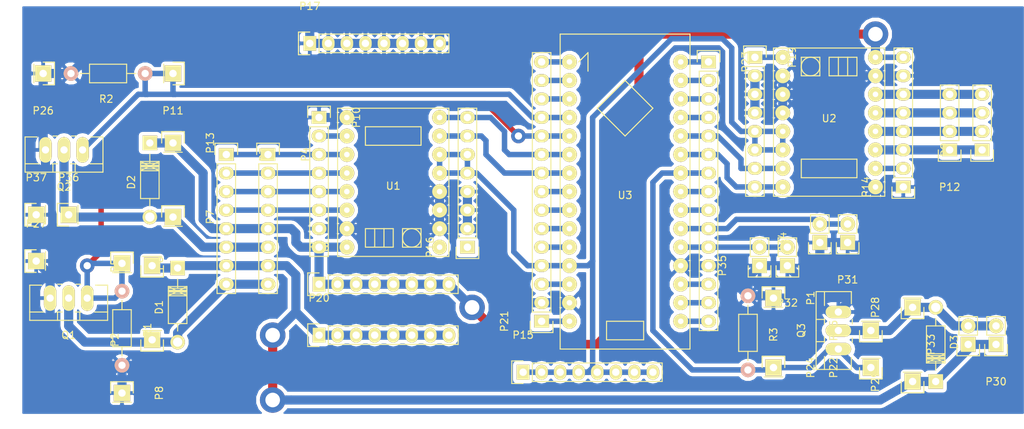
<source format=kicad_pcb>
(kicad_pcb (version 4) (host pcbnew 4.0.2-stable)
  (layers (0 F.Cu signal) (31 B.Cu signal) (34 B.Paste user) (35 F.Paste user) (36 B.SilkS user) (37 F.SilkS user) (38 B.Mask user) (39 F.Mask user) (44 Edge.Cuts user))
  (net 0 "")
  (net 1 "Net-(D1-Pad2)")
  (net 2 +12V)
  (net 3 "Net-(D2-Pad2)")
  (net 4 +48V)
  (net 5 "Net-(D3-Pad2)")
  (net 6 GND)
  (net 7 "Net-(P10-Pad3)")
  (net 8 "Net-(P10-Pad4)")
  (net 9 "Net-(P10-Pad5)")
  (net 10 "Net-(P10-Pad6)")
  (net 11 ERASE)
  (net 12 "Net-(P12-Pad1)")
  (net 13 "Net-(P12-Pad2)")
  (net 14 "Net-(P12-Pad3)")
  (net 15 "Net-(P12-Pad4)")
  (net 16 "Net-(P10-Pad2)")
  (net 17 WHACK)
  (net 18 "Net-(P14-Pad2)")
  (net 19 +5V)
  (net 20 "Net-(P16-Pad1)")
  (net 21 WHEEL_STEP)
  (net 22 WHEEL_DIR)
  (net 23 "Net-(P19-Pad1)")
  (net 24 SLIDE_STEP)
  (net 25 SLIDE_DIR)
  (net 26 "Net-(P21-Pad1)")
  (net 27 "Net-(P21-Pad3)")
  (net 28 "Net-(P21-Pad5)")
  (net 29 "Net-(P21-Pad6)")
  (net 30 "Net-(P21-Pad7)")
  (net 31 "Net-(P21-Pad8)")
  (net 32 "Net-(P21-Pad13)")
  (net 33 "Net-(P21-Pad14)")
  (net 34 "Net-(P21-Pad15)")
  (net 35 LF)
  (net 36 "Net-(P23-Pad1)")
  (net 37 "Net-(P23-Pad2)")
  (net 38 "Net-(P23-Pad3)")
  (net 39 "Net-(P23-Pad4)")
  (net 40 "Net-(P23-Pad8)")
  (net 41 "Net-(P23-Pad9)")
  (net 42 SLIDE_SENSE)
  (net 43 LF_SENSE)
  (net 44 "Net-(P23-Pad13)")
  (net 45 "Net-(P23-Pad14)")
  (net 46 "Net-(P23-Pad15)")
  (module Diodes_ThroughHole:Diode_DO-41_SOD81_Horizontal_RM10 (layer F.Cu) (at 94.9325 79.0575 270)
    (fp_text reference D1 (at 5.38734 2.53746 270) (layer F.SilkS))
    (fp_text value 1N4004)
    (pad 2 thru_hole circle (at 10.16 -0.00254 90) (size 1.99898 1.99898) (drill 1.27) (layers *.Cu *.Mask F.SilkS) (net 1 "Net-(D1-Pad2)"))
    (pad 1 thru_hole rect (at 0 -0.00254 90) (size 1.99898 1.99898) (drill 1.00076) (layers *.Cu *.Mask F.SilkS) (net 2 +12V))
  )
  (module Diodes_ThroughHole:Diode_DO-41_SOD81_Horizontal_RM10 (layer F.Cu) (at 91.1225 61.9125 270)
    (fp_text reference D2 (at 5.38734 2.53746 270) (layer F.SilkS))
    (fp_text value 1N4004)
    (pad 2 thru_hole circle (at 10.16 -0.00254 90) (size 1.99898 1.99898) (drill 1.27) (layers *.Cu *.Mask F.SilkS) (net 3 "Net-(D2-Pad2)"))
    (pad 1 thru_hole rect (at 0 -0.00254 90) (size 1.99898 1.99898) (drill 1.00076) (layers *.Cu *.Mask F.SilkS) (net 4 +48V))
  )
  (module Diodes_ThroughHole:Diode_DO-41_SOD81_Horizontal_RM10 (layer F.Cu) (at 198.755 94.615 90)
    (fp_text reference D3 (at 5.38734 2.53746 90) (layer F.SilkS))
    (fp_text value 1N4004)
    (pad 2 thru_hole circle (at 10.16 -0.00254 270) (size 1.99898 1.99898) (drill 1.27) (layers *.Cu *.Mask F.SilkS) (net 5 "Net-(D3-Pad2)"))
    (pad 1 thru_hole rect (at 0 -0.00254 270) (size 1.99898 1.99898) (drill 1.00076) (layers *.Cu *.Mask F.SilkS) (net 2 +12V))
  )
  (module Socket_Strips:Socket_Strip_Straight_1x01 (layer F.Cu) (at 176.53 83.185 270)
    (fp_text reference P1 (at 0 -5.1 270) (layer F.SilkS))
    (fp_text value CONN_01X01)
    (pad 1 thru_hole rect (at 0 0 270) (size 2.2352 2.2352) (drill 1.016) (layers *.Cu *.Mask F.SilkS) (net 6 GND))
  )
  (module Socket_Strips:Socket_Strip_Straight_1x01 (layer F.Cu) (at 91.44 88.9 90)
    (fp_text reference P2 (at 0 -5.1 90) (layer F.SilkS))
    (fp_text value CONN_01X01)
    (pad 1 thru_hole rect (at 0 0 90) (size 2.2352 2.2352) (drill 1.016) (layers *.Cu *.Mask F.SilkS) (net 1 "Net-(D1-Pad2)"))
  )
  (module Socket_Strips:Socket_Strip_Straight_1x08 (layer F.Cu) (at 101.6 63.5 270)
    (fp_text reference P3 (at 0 -5.1 270) (layer F.SilkS))
    (fp_text value WHEELERD)
    (pad 1 thru_hole rect (at 0 0 270) (size 1.7272 2.032) (drill 1.016) (layers *.Cu *.Mask F.SilkS) (net 7 "Net-(P10-Pad3)"))
    (pad 2 thru_hole oval (at 2.54 0 270) (size 1.7272 2.032) (drill 1.016) (layers *.Cu *.Mask F.SilkS) (net 8 "Net-(P10-Pad4)"))
    (pad 3 thru_hole oval (at 5.08 0 270) (size 1.7272 2.032) (drill 1.016) (layers *.Cu *.Mask F.SilkS) (net 9 "Net-(P10-Pad5)"))
    (pad 4 thru_hole oval (at 7.62 0 270) (size 1.7272 2.032) (drill 1.016) (layers *.Cu *.Mask F.SilkS) (net 10 "Net-(P10-Pad6)"))
    (pad 5 thru_hole oval (at 10.16 0 270) (size 1.7272 2.032) (drill 1.016) (layers *.Cu *.Mask F.SilkS) (net 4 +48V))
    (pad 6 thru_hole oval (at 12.7 0 270) (size 1.7272 2.032) (drill 1.016) (layers *.Cu *.Mask F.SilkS) (net 3 "Net-(D2-Pad2)"))
    (pad 7 thru_hole oval (at 15.24 0 270) (size 1.7272 2.032) (drill 1.016) (layers *.Cu *.Mask F.SilkS) (net 2 +12V))
    (pad 8 thru_hole oval (at 17.78 0 270) (size 1.7272 2.032) (drill 1.016) (layers *.Cu *.Mask F.SilkS) (net 1 "Net-(D1-Pad2)"))
  )
  (module Socket_Strips:Socket_Strip_Straight_1x08 (layer F.Cu) (at 107.315 63.5 270)
    (fp_text reference P4 (at 0 -5.1 270) (layer F.SilkS))
    (fp_text value WHEELER)
    (pad 1 thru_hole rect (at 0 0 270) (size 1.7272 2.032) (drill 1.016) (layers *.Cu *.Mask F.SilkS) (net 7 "Net-(P10-Pad3)"))
    (pad 2 thru_hole oval (at 2.54 0 270) (size 1.7272 2.032) (drill 1.016) (layers *.Cu *.Mask F.SilkS) (net 8 "Net-(P10-Pad4)"))
    (pad 3 thru_hole oval (at 5.08 0 270) (size 1.7272 2.032) (drill 1.016) (layers *.Cu *.Mask F.SilkS) (net 9 "Net-(P10-Pad5)"))
    (pad 4 thru_hole oval (at 7.62 0 270) (size 1.7272 2.032) (drill 1.016) (layers *.Cu *.Mask F.SilkS) (net 10 "Net-(P10-Pad6)"))
    (pad 5 thru_hole oval (at 10.16 0 270) (size 1.7272 2.032) (drill 1.016) (layers *.Cu *.Mask F.SilkS) (net 4 +48V))
    (pad 6 thru_hole oval (at 12.7 0 270) (size 1.7272 2.032) (drill 1.016) (layers *.Cu *.Mask F.SilkS) (net 3 "Net-(D2-Pad2)"))
    (pad 7 thru_hole oval (at 15.24 0 270) (size 1.7272 2.032) (drill 1.016) (layers *.Cu *.Mask F.SilkS) (net 2 +12V))
    (pad 8 thru_hole oval (at 17.78 0 270) (size 1.7272 2.032) (drill 1.016) (layers *.Cu *.Mask F.SilkS) (net 1 "Net-(D1-Pad2)"))
  )
  (module Socket_Strips:Socket_Strip_Straight_1x01 (layer F.Cu) (at 91.44 78.74 90)
    (fp_text reference P5 (at 0 -5.1 90) (layer F.SilkS))
    (fp_text value CONN_01X01)
    (pad 1 thru_hole rect (at 0 0 90) (size 2.2352 2.2352) (drill 1.016) (layers *.Cu *.Mask F.SilkS) (net 2 +12V))
  )
  (module Socket_Strips:Socket_Strip_Straight_1x01 (layer F.Cu) (at 87.3125 78.4225 270)
    (fp_text reference P6 (at 0 -5.1 270) (layer F.SilkS))
    (fp_text value CONN_01X01)
    (pad 1 thru_hole rect (at 0 0 270) (size 2.2352 2.2352) (drill 1.016) (layers *.Cu *.Mask F.SilkS) (net 11 ERASE))
  )
  (module Socket_Strips:Socket_Strip_Straight_1x01 (layer F.Cu) (at 94.2975 72.0725 270)
    (fp_text reference P7 (at 0 -5.1 270) (layer F.SilkS))
    (fp_text value CONN_01X01)
    (pad 1 thru_hole rect (at 0 0 270) (size 2.2352 2.2352) (drill 1.016) (layers *.Cu *.Mask F.SilkS) (net 3 "Net-(D2-Pad2)"))
  )
  (module Socket_Strips:Socket_Strip_Straight_1x01 (layer F.Cu) (at 87.3125 96.2025 270)
    (fp_text reference P8 (at 0 -5.1 270) (layer F.SilkS))
    (fp_text value CONN_01X01)
    (pad 1 thru_hole rect (at 0 0 270) (size 2.2352 2.2352) (drill 1.016) (layers *.Cu *.Mask F.SilkS) (net 6 GND))
  )
  (module Socket_Strips:Socket_Strip_Straight_1x04 (layer F.Cu) (at 205.105 62.865 90)
    (fp_text reference P9 (at 0 -5.1 90) (layer F.SilkS))
    (fp_text value CONN_01X04)
    (pad 1 thru_hole rect (at 0 0 90) (size 1.7272 2.032) (drill 1.016) (layers *.Cu *.Mask F.SilkS) (net 12 "Net-(P12-Pad1)"))
    (pad 2 thru_hole oval (at 2.54 0 90) (size 1.7272 2.032) (drill 1.016) (layers *.Cu *.Mask F.SilkS) (net 13 "Net-(P12-Pad2)"))
    (pad 3 thru_hole oval (at 5.08 0 90) (size 1.7272 2.032) (drill 1.016) (layers *.Cu *.Mask F.SilkS) (net 14 "Net-(P12-Pad3)"))
    (pad 4 thru_hole oval (at 7.62 0 90) (size 1.7272 2.032) (drill 1.016) (layers *.Cu *.Mask F.SilkS) (net 15 "Net-(P12-Pad4)"))
  )
  (module Socket_Strips:Socket_Strip_Straight_1x08 (layer F.Cu) (at 114.3 58.42 270)
    (fp_text reference P10 (at 0 -5.1 270) (layer F.SilkS))
    (fp_text value WHEEL18)
    (pad 1 thru_hole rect (at 0 0 270) (size 1.7272 2.032) (drill 1.016) (layers *.Cu *.Mask F.SilkS) (net 6 GND))
    (pad 2 thru_hole oval (at 2.54 0 270) (size 1.7272 2.032) (drill 1.016) (layers *.Cu *.Mask F.SilkS) (net 16 "Net-(P10-Pad2)"))
    (pad 3 thru_hole oval (at 5.08 0 270) (size 1.7272 2.032) (drill 1.016) (layers *.Cu *.Mask F.SilkS) (net 7 "Net-(P10-Pad3)"))
    (pad 4 thru_hole oval (at 7.62 0 270) (size 1.7272 2.032) (drill 1.016) (layers *.Cu *.Mask F.SilkS) (net 8 "Net-(P10-Pad4)"))
    (pad 5 thru_hole oval (at 10.16 0 270) (size 1.7272 2.032) (drill 1.016) (layers *.Cu *.Mask F.SilkS) (net 9 "Net-(P10-Pad5)"))
    (pad 6 thru_hole oval (at 12.7 0 270) (size 1.7272 2.032) (drill 1.016) (layers *.Cu *.Mask F.SilkS) (net 10 "Net-(P10-Pad6)"))
    (pad 7 thru_hole oval (at 15.24 0 270) (size 1.7272 2.032) (drill 1.016) (layers *.Cu *.Mask F.SilkS) (net 6 GND))
    (pad 8 thru_hole oval (at 17.78 0 270) (size 1.7272 2.032) (drill 1.016) (layers *.Cu *.Mask F.SilkS) (net 4 +48V))
  )
  (module Socket_Strips:Socket_Strip_Straight_1x01 (layer F.Cu) (at 94.2975 52.3875 180)
    (fp_text reference P11 (at 0 -5.1 180) (layer F.SilkS))
    (fp_text value CONN_01X01)
    (pad 1 thru_hole rect (at 0 0 180) (size 2.2352 2.2352) (drill 1.016) (layers *.Cu *.Mask F.SilkS) (net 17 WHACK))
  )
  (module Pin_Headers:Pin_Header_Straight_1x04 (layer F.Cu) (at 200.66 62.865 180)
    (fp_text reference P12 (at 0 -5.1 180) (layer F.SilkS))
    (fp_text value "SLIDE STEPPER")
    (pad 1 thru_hole rect (at 0 0 180) (size 2.032 1.7272) (drill 1.016) (layers *.Cu *.Mask F.SilkS) (net 12 "Net-(P12-Pad1)"))
    (pad 2 thru_hole oval (at 0 2.54 180) (size 2.032 1.7272) (drill 1.016) (layers *.Cu *.Mask F.SilkS) (net 13 "Net-(P12-Pad2)"))
    (pad 3 thru_hole oval (at 0 5.08 180) (size 2.032 1.7272) (drill 1.016) (layers *.Cu *.Mask F.SilkS) (net 14 "Net-(P12-Pad3)"))
    (pad 4 thru_hole oval (at 0 7.62 180) (size 2.032 1.7272) (drill 1.016) (layers *.Cu *.Mask F.SilkS) (net 15 "Net-(P12-Pad4)"))
  )
  (module Socket_Strips:Socket_Strip_Straight_1x01 (layer F.Cu) (at 94.2975 61.9125 270)
    (fp_text reference P13 (at 0 -5.1 270) (layer F.SilkS))
    (fp_text value CONN_01X01)
    (pad 1 thru_hole rect (at 0 0 270) (size 2.2352 2.2352) (drill 1.016) (layers *.Cu *.Mask F.SilkS) (net 4 +48V))
  )
  (module Socket_Strips:Socket_Strip_Straight_1x08 (layer F.Cu) (at 194.31 67.945 90)
    (fp_text reference P14 (at 0 -5.1 90) (layer F.SilkS))
    (fp_text value SLIDE18)
    (pad 1 thru_hole rect (at 0 0 90) (size 1.7272 2.032) (drill 1.016) (layers *.Cu *.Mask F.SilkS) (net 6 GND))
    (pad 2 thru_hole oval (at 2.54 0 90) (size 1.7272 2.032) (drill 1.016) (layers *.Cu *.Mask F.SilkS) (net 18 "Net-(P14-Pad2)"))
    (pad 3 thru_hole oval (at 5.08 0 90) (size 1.7272 2.032) (drill 1.016) (layers *.Cu *.Mask F.SilkS) (net 12 "Net-(P12-Pad1)"))
    (pad 4 thru_hole oval (at 7.62 0 90) (size 1.7272 2.032) (drill 1.016) (layers *.Cu *.Mask F.SilkS) (net 13 "Net-(P12-Pad2)"))
    (pad 5 thru_hole oval (at 10.16 0 90) (size 1.7272 2.032) (drill 1.016) (layers *.Cu *.Mask F.SilkS) (net 14 "Net-(P12-Pad3)"))
    (pad 6 thru_hole oval (at 12.7 0 90) (size 1.7272 2.032) (drill 1.016) (layers *.Cu *.Mask F.SilkS) (net 15 "Net-(P12-Pad4)"))
    (pad 7 thru_hole oval (at 15.24 0 90) (size 1.7272 2.032) (drill 1.016) (layers *.Cu *.Mask F.SilkS) (net 6 GND))
    (pad 8 thru_hole oval (at 17.78 0 90) (size 1.7272 2.032) (drill 1.016) (layers *.Cu *.Mask F.SilkS) (net 4 +48V))
  )
  (module Socket_Strips:Socket_Strip_Straight_1x08 (layer F.Cu) (at 142.24 93.345)
    (fp_text reference P15 (at 0 -5.1) (layer F.SilkS))
    (fp_text value 5V_BASE)
    (pad 1 thru_hole rect (at 0 0) (size 1.7272 2.032) (drill 1.016) (layers *.Cu *.Mask F.SilkS) (net 19 +5V))
    (pad 2 thru_hole oval (at 2.54 0) (size 1.7272 2.032) (drill 1.016) (layers *.Cu *.Mask F.SilkS) (net 19 +5V))
    (pad 3 thru_hole oval (at 5.08 0) (size 1.7272 2.032) (drill 1.016) (layers *.Cu *.Mask F.SilkS) (net 19 +5V))
    (pad 4 thru_hole oval (at 7.62 0) (size 1.7272 2.032) (drill 1.016) (layers *.Cu *.Mask F.SilkS) (net 19 +5V))
    (pad 5 thru_hole oval (at 10.16 0) (size 1.7272 2.032) (drill 1.016) (layers *.Cu *.Mask F.SilkS) (net 19 +5V))
    (pad 6 thru_hole oval (at 12.7 0) (size 1.7272 2.032) (drill 1.016) (layers *.Cu *.Mask F.SilkS) (net 19 +5V))
    (pad 7 thru_hole oval (at 15.24 0) (size 1.7272 2.032) (drill 1.016) (layers *.Cu *.Mask F.SilkS) (net 19 +5V))
    (pad 8 thru_hole oval (at 17.78 0) (size 1.7272 2.032) (drill 1.016) (layers *.Cu *.Mask F.SilkS) (net 19 +5V))
  )
  (module Socket_Strips:Socket_Strip_Straight_1x08 (layer F.Cu) (at 134.62 76.2 90)
    (fp_text reference P16 (at 0 -5.1 90) (layer F.SilkS))
    (fp_text value WHEEL916)
    (pad 1 thru_hole rect (at 0 0 90) (size 1.7272 2.032) (drill 1.016) (layers *.Cu *.Mask F.SilkS) (net 20 "Net-(P16-Pad1)"))
    (pad 2 thru_hole oval (at 2.54 0 90) (size 1.7272 2.032) (drill 1.016) (layers *.Cu *.Mask F.SilkS) (net 6 GND))
    (pad 3 thru_hole oval (at 5.08 0 90) (size 1.7272 2.032) (drill 1.016) (layers *.Cu *.Mask F.SilkS) (net 6 GND))
    (pad 4 thru_hole oval (at 7.62 0 90) (size 1.7272 2.032) (drill 1.016) (layers *.Cu *.Mask F.SilkS) (net 6 GND))
    (pad 5 thru_hole oval (at 10.16 0 90) (size 1.7272 2.032) (drill 1.016) (layers *.Cu *.Mask F.SilkS) (net 19 +5V))
    (pad 6 thru_hole oval (at 12.7 0 90) (size 1.7272 2.032) (drill 1.016) (layers *.Cu *.Mask F.SilkS) (net 19 +5V))
    (pad 7 thru_hole oval (at 15.24 0 90) (size 1.7272 2.032) (drill 1.016) (layers *.Cu *.Mask F.SilkS) (net 21 WHEEL_STEP))
    (pad 8 thru_hole oval (at 17.78 0 90) (size 1.7272 2.032) (drill 1.016) (layers *.Cu *.Mask F.SilkS) (net 22 WHEEL_DIR))
  )
  (module Socket_Strips:Socket_Strip_Straight_1x08 (layer F.Cu) (at 113.03 48.26)
    (fp_text reference P17 (at 0 -5.1) (layer F.SilkS))
    (fp_text value GND_BASE)
    (pad 1 thru_hole rect (at 0 0) (size 1.7272 2.032) (drill 1.016) (layers *.Cu *.Mask F.SilkS) (net 6 GND))
    (pad 2 thru_hole oval (at 2.54 0) (size 1.7272 2.032) (drill 1.016) (layers *.Cu *.Mask F.SilkS) (net 6 GND))
    (pad 3 thru_hole oval (at 5.08 0) (size 1.7272 2.032) (drill 1.016) (layers *.Cu *.Mask F.SilkS) (net 6 GND))
    (pad 4 thru_hole oval (at 7.62 0) (size 1.7272 2.032) (drill 1.016) (layers *.Cu *.Mask F.SilkS) (net 6 GND))
    (pad 5 thru_hole oval (at 10.16 0) (size 1.7272 2.032) (drill 1.016) (layers *.Cu *.Mask F.SilkS) (net 6 GND))
    (pad 6 thru_hole oval (at 12.7 0) (size 1.7272 2.032) (drill 1.016) (layers *.Cu *.Mask F.SilkS) (net 6 GND))
    (pad 7 thru_hole oval (at 15.24 0) (size 1.7272 2.032) (drill 1.016) (layers *.Cu *.Mask F.SilkS) (net 6 GND))
    (pad 8 thru_hole oval (at 17.78 0) (size 1.7272 2.032) (drill 1.016) (layers *.Cu *.Mask F.SilkS) (net 6 GND))
  )
  (module Socket_Strips:Socket_Strip_Straight_1x08 (layer F.Cu) (at 114.3 81.28)
    (fp_text reference P18 (at 0 -5.1) (layer F.SilkS))
    (fp_text value 48V_BASE)
    (pad 1 thru_hole rect (at 0 0) (size 1.7272 2.032) (drill 1.016) (layers *.Cu *.Mask F.SilkS) (net 4 +48V))
    (pad 2 thru_hole oval (at 2.54 0) (size 1.7272 2.032) (drill 1.016) (layers *.Cu *.Mask F.SilkS) (net 4 +48V))
    (pad 3 thru_hole oval (at 5.08 0) (size 1.7272 2.032) (drill 1.016) (layers *.Cu *.Mask F.SilkS) (net 4 +48V))
    (pad 4 thru_hole oval (at 7.62 0) (size 1.7272 2.032) (drill 1.016) (layers *.Cu *.Mask F.SilkS) (net 4 +48V))
    (pad 5 thru_hole oval (at 10.16 0) (size 1.7272 2.032) (drill 1.016) (layers *.Cu *.Mask F.SilkS) (net 4 +48V))
    (pad 6 thru_hole oval (at 12.7 0) (size 1.7272 2.032) (drill 1.016) (layers *.Cu *.Mask F.SilkS) (net 4 +48V))
    (pad 7 thru_hole oval (at 15.24 0) (size 1.7272 2.032) (drill 1.016) (layers *.Cu *.Mask F.SilkS) (net 4 +48V))
    (pad 8 thru_hole oval (at 17.78 0) (size 1.7272 2.032) (drill 1.016) (layers *.Cu *.Mask F.SilkS) (net 4 +48V))
  )
  (module Socket_Strips:Socket_Strip_Straight_1x08 (layer F.Cu) (at 173.99 50.165 270)
    (fp_text reference P19 (at 0 -5.1 270) (layer F.SilkS))
    (fp_text value SLIDE916)
    (pad 1 thru_hole rect (at 0 0 270) (size 1.7272 2.032) (drill 1.016) (layers *.Cu *.Mask F.SilkS) (net 23 "Net-(P19-Pad1)"))
    (pad 2 thru_hole oval (at 2.54 0 270) (size 1.7272 2.032) (drill 1.016) (layers *.Cu *.Mask F.SilkS) (net 6 GND))
    (pad 3 thru_hole oval (at 5.08 0 270) (size 1.7272 2.032) (drill 1.016) (layers *.Cu *.Mask F.SilkS) (net 6 GND))
    (pad 4 thru_hole oval (at 7.62 0 270) (size 1.7272 2.032) (drill 1.016) (layers *.Cu *.Mask F.SilkS) (net 6 GND))
    (pad 5 thru_hole oval (at 10.16 0 270) (size 1.7272 2.032) (drill 1.016) (layers *.Cu *.Mask F.SilkS) (net 19 +5V))
    (pad 6 thru_hole oval (at 12.7 0 270) (size 1.7272 2.032) (drill 1.016) (layers *.Cu *.Mask F.SilkS) (net 19 +5V))
    (pad 7 thru_hole oval (at 15.24 0 270) (size 1.7272 2.032) (drill 1.016) (layers *.Cu *.Mask F.SilkS) (net 24 SLIDE_STEP))
    (pad 8 thru_hole oval (at 17.78 0 270) (size 1.7272 2.032) (drill 1.016) (layers *.Cu *.Mask F.SilkS) (net 25 SLIDE_DIR))
  )
  (module Socket_Strips:Socket_Strip_Straight_1x08 (layer F.Cu) (at 114.3 88.265)
    (fp_text reference P20 (at 0 -5.1) (layer F.SilkS))
    (fp_text value 12V_BASE)
    (pad 1 thru_hole rect (at 0 0) (size 1.7272 2.032) (drill 1.016) (layers *.Cu *.Mask F.SilkS) (net 2 +12V))
    (pad 2 thru_hole oval (at 2.54 0) (size 1.7272 2.032) (drill 1.016) (layers *.Cu *.Mask F.SilkS) (net 2 +12V))
    (pad 3 thru_hole oval (at 5.08 0) (size 1.7272 2.032) (drill 1.016) (layers *.Cu *.Mask F.SilkS) (net 2 +12V))
    (pad 4 thru_hole oval (at 7.62 0) (size 1.7272 2.032) (drill 1.016) (layers *.Cu *.Mask F.SilkS) (net 2 +12V))
    (pad 5 thru_hole oval (at 10.16 0) (size 1.7272 2.032) (drill 1.016) (layers *.Cu *.Mask F.SilkS) (net 2 +12V))
    (pad 6 thru_hole oval (at 12.7 0) (size 1.7272 2.032) (drill 1.016) (layers *.Cu *.Mask F.SilkS) (net 2 +12V))
    (pad 7 thru_hole oval (at 15.24 0) (size 1.7272 2.032) (drill 1.016) (layers *.Cu *.Mask F.SilkS) (net 2 +12V))
    (pad 8 thru_hole oval (at 17.78 0) (size 1.7272 2.032) (drill 1.016) (layers *.Cu *.Mask F.SilkS) (net 2 +12V))
  )
  (module Socket_Strips:Socket_Strip_Straight_1x15 (layer F.Cu) (at 144.78 86.36 90)
    (fp_text reference P21 (at 0 -5.1 90) (layer F.SilkS))
    (fp_text value CONN_01X15)
    (pad 1 thru_hole rect (at 0 0 90) (size 1.7272 2.032) (drill 1.016) (layers *.Cu *.Mask F.SilkS) (net 26 "Net-(P21-Pad1)"))
    (pad 2 thru_hole oval (at 2.54 0 90) (size 1.7272 2.032) (drill 1.016) (layers *.Cu *.Mask F.SilkS) (net 6 GND))
    (pad 3 thru_hole oval (at 5.08 0 90) (size 1.7272 2.032) (drill 1.016) (layers *.Cu *.Mask F.SilkS) (net 27 "Net-(P21-Pad3)"))
    (pad 4 thru_hole oval (at 7.62 0 90) (size 1.7272 2.032) (drill 1.016) (layers *.Cu *.Mask F.SilkS) (net 19 +5V))
    (pad 5 thru_hole oval (at 10.16 0 90) (size 1.7272 2.032) (drill 1.016) (layers *.Cu *.Mask F.SilkS) (net 28 "Net-(P21-Pad5)"))
    (pad 6 thru_hole oval (at 12.7 0 90) (size 1.7272 2.032) (drill 1.016) (layers *.Cu *.Mask F.SilkS) (net 29 "Net-(P21-Pad6)"))
    (pad 7 thru_hole oval (at 15.24 0 90) (size 1.7272 2.032) (drill 1.016) (layers *.Cu *.Mask F.SilkS) (net 30 "Net-(P21-Pad7)"))
    (pad 8 thru_hole oval (at 17.78 0 90) (size 1.7272 2.032) (drill 1.016) (layers *.Cu *.Mask F.SilkS) (net 31 "Net-(P21-Pad8)"))
    (pad 9 thru_hole oval (at 20.32 0 90) (size 1.7272 2.032) (drill 1.016) (layers *.Cu *.Mask F.SilkS) (net 21 WHEEL_STEP))
    (pad 10 thru_hole oval (at 22.86 0 90) (size 1.7272 2.032) (drill 1.016) (layers *.Cu *.Mask F.SilkS) (net 22 WHEEL_DIR))
    (pad 11 thru_hole oval (at 25.4 0 90) (size 1.7272 2.032) (drill 1.016) (layers *.Cu *.Mask F.SilkS) (net 11 ERASE))
    (pad 12 thru_hole oval (at 27.94 0 90) (size 1.7272 2.032) (drill 1.016) (layers *.Cu *.Mask F.SilkS) (net 17 WHACK))
    (pad 13 thru_hole oval (at 30.48 0 90) (size 1.7272 2.032) (drill 1.016) (layers *.Cu *.Mask F.SilkS) (net 32 "Net-(P21-Pad13)"))
    (pad 14 thru_hole oval (at 33.02 0 90) (size 1.7272 2.032) (drill 1.016) (layers *.Cu *.Mask F.SilkS) (net 33 "Net-(P21-Pad14)"))
    (pad 15 thru_hole oval (at 35.56 0 90) (size 1.7272 2.032) (drill 1.016) (layers *.Cu *.Mask F.SilkS) (net 34 "Net-(P21-Pad15)"))
  )
  (module Socket_Strips:Socket_Strip_Straight_1x01 (layer F.Cu) (at 189.865 92.71 90)
    (fp_text reference P22 (at 0 -5.1 90) (layer F.SilkS))
    (fp_text value CONN_01X01)
    (pad 1 thru_hole rect (at 0 0 90) (size 2.2352 2.2352) (drill 1.016) (layers *.Cu *.Mask F.SilkS) (net 35 LF))
  )
  (module Socket_Strips:Socket_Strip_Straight_1x15 (layer F.Cu) (at 167.64 50.8 270)
    (fp_text reference P23 (at 0 -5.1 270) (layer F.SilkS))
    (fp_text value CONN_01X15)
    (pad 1 thru_hole rect (at 0 0 270) (size 1.7272 2.032) (drill 1.016) (layers *.Cu *.Mask F.SilkS) (net 36 "Net-(P23-Pad1)"))
    (pad 2 thru_hole oval (at 2.54 0 270) (size 1.7272 2.032) (drill 1.016) (layers *.Cu *.Mask F.SilkS) (net 37 "Net-(P23-Pad2)"))
    (pad 3 thru_hole oval (at 5.08 0 270) (size 1.7272 2.032) (drill 1.016) (layers *.Cu *.Mask F.SilkS) (net 38 "Net-(P23-Pad3)"))
    (pad 4 thru_hole oval (at 7.62 0 270) (size 1.7272 2.032) (drill 1.016) (layers *.Cu *.Mask F.SilkS) (net 39 "Net-(P23-Pad4)"))
    (pad 5 thru_hole oval (at 10.16 0 270) (size 1.7272 2.032) (drill 1.016) (layers *.Cu *.Mask F.SilkS) (net 24 SLIDE_STEP))
    (pad 6 thru_hole oval (at 12.7 0 270) (size 1.7272 2.032) (drill 1.016) (layers *.Cu *.Mask F.SilkS) (net 25 SLIDE_DIR))
    (pad 7 thru_hole oval (at 15.24 0 270) (size 1.7272 2.032) (drill 1.016) (layers *.Cu *.Mask F.SilkS) (net 35 LF))
    (pad 8 thru_hole oval (at 17.78 0 270) (size 1.7272 2.032) (drill 1.016) (layers *.Cu *.Mask F.SilkS) (net 40 "Net-(P23-Pad8)"))
    (pad 9 thru_hole oval (at 20.32 0 270) (size 1.7272 2.032) (drill 1.016) (layers *.Cu *.Mask F.SilkS) (net 41 "Net-(P23-Pad9)"))
    (pad 10 thru_hole oval (at 22.86 0 270) (size 1.7272 2.032) (drill 1.016) (layers *.Cu *.Mask F.SilkS) (net 42 SLIDE_SENSE))
    (pad 11 thru_hole oval (at 25.4 0 270) (size 1.7272 2.032) (drill 1.016) (layers *.Cu *.Mask F.SilkS) (net 43 LF_SENSE))
    (pad 12 thru_hole oval (at 27.94 0 270) (size 1.7272 2.032) (drill 1.016) (layers *.Cu *.Mask F.SilkS) (net 6 GND))
    (pad 13 thru_hole oval (at 30.48 0 270) (size 1.7272 2.032) (drill 1.016) (layers *.Cu *.Mask F.SilkS) (net 44 "Net-(P23-Pad13)"))
    (pad 14 thru_hole oval (at 33.02 0 270) (size 1.7272 2.032) (drill 1.016) (layers *.Cu *.Mask F.SilkS) (net 45 "Net-(P23-Pad14)"))
    (pad 15 thru_hole oval (at 35.56 0 270) (size 1.7272 2.032) (drill 1.016) (layers *.Cu *.Mask F.SilkS) (net 46 "Net-(P23-Pad15)"))
  )
  (module Socket_Strips:Socket_Strip_Straight_1x01 (layer F.Cu) (at 176.53 92.71 270)
    (fp_text reference P24 (at 0 -5.1 270) (layer F.SilkS))
    (fp_text value CONN_01X01)
    (pad 1 thru_hole rect (at 0 0 270) (size 2.2352 2.2352) (drill 1.016) (layers *.Cu *.Mask F.SilkS) (net 35 LF))
  )
  (module Socket_Strips:Socket_Strip_Straight_1x01 (layer F.Cu) (at 189.865 87.63 90)
    (fp_text reference P25 (at 0 -5.1 90) (layer F.SilkS))
    (fp_text value CONN_01X01)
    (pad 1 thru_hole rect (at 0 0 90) (size 2.2352 2.2352) (drill 1.016) (layers *.Cu *.Mask F.SilkS) (net 5 "Net-(D3-Pad2)"))
  )
  (module Socket_Strips:Socket_Strip_Straight_1x01 (layer F.Cu) (at 76.5175 52.3875 180)
    (fp_text reference P26 (at 0 -5.1 180) (layer F.SilkS))
    (fp_text value CONN_01X01)
    (pad 1 thru_hole rect (at 0 0 180) (size 2.2352 2.2352) (drill 1.016) (layers *.Cu *.Mask F.SilkS) (net 6 GND))
  )
  (module Socket_Strips:Socket_Strip_Straight_1x01 (layer F.Cu) (at 75.565 78.105)
    (fp_text reference P27 (at 0 -5.1) (layer F.SilkS))
    (fp_text value CONN_01X01)
    (pad 1 thru_hole rect (at 0 0) (size 2.2352 2.2352) (drill 1.016) (layers *.Cu *.Mask F.SilkS) (net 6 GND))
  )
  (module Socket_Strips:Socket_Strip_Straight_1x01 (layer F.Cu) (at 195.58 84.455 90)
    (fp_text reference P28 (at 0 -5.1 90) (layer F.SilkS))
    (fp_text value CONN_01X01)
    (pad 1 thru_hole rect (at 0 0 90) (size 2.2352 2.2352) (drill 1.016) (layers *.Cu *.Mask F.SilkS) (net 5 "Net-(D3-Pad2)"))
  )
  (module Socket_Strips:Socket_Strip_Straight_1x01 (layer F.Cu) (at 195.58 94.615 90)
    (fp_text reference P29 (at 0 -5.1 90) (layer F.SilkS))
    (fp_text value CONN_01X01)
    (pad 1 thru_hole rect (at 0 0 90) (size 2.2352 2.2352) (drill 1.016) (layers *.Cu *.Mask F.SilkS) (net 2 +12V))
  )
  (module Pin_Headers:Pin_Header_Straight_1x02 (layer F.Cu) (at 207.01 89.535 180)
    (fp_text reference P30 (at 0 -5.1 180) (layer F.SilkS))
    (fp_text value "LF MOTOR")
    (pad 1 thru_hole rect (at 0 0 180) (size 2.032 2.032) (drill 1.016) (layers *.Cu *.Mask F.SilkS) (net 2 +12V))
    (pad 2 thru_hole oval (at 0 2.54 180) (size 2.032 2.032) (drill 1.016) (layers *.Cu *.Mask F.SilkS) (net 5 "Net-(D3-Pad2)"))
  )
  (module Pin_Headers:Pin_Header_Straight_1x02 (layer F.Cu) (at 186.69 75.565 180)
    (fp_text reference P31 (at 0 -5.1 180) (layer F.SilkS))
    (fp_text value "SLIDE SENSE")
    (pad 1 thru_hole rect (at 0 0 180) (size 2.032 2.032) (drill 1.016) (layers *.Cu *.Mask F.SilkS) (net 6 GND))
    (pad 2 thru_hole oval (at 0 2.54 180) (size 2.032 2.032) (drill 1.016) (layers *.Cu *.Mask F.SilkS) (net 42 SLIDE_SENSE))
  )
  (module Pin_Headers:Pin_Header_Straight_1x02 (layer F.Cu) (at 178.435 78.74 180)
    (fp_text reference P32 (at 0 -5.1 180) (layer F.SilkS))
    (fp_text value "LF SENSE")
    (pad 1 thru_hole rect (at 0 0 180) (size 2.032 2.032) (drill 1.016) (layers *.Cu *.Mask F.SilkS) (net 6 GND))
    (pad 2 thru_hole oval (at 0 2.54 180) (size 2.032 2.032) (drill 1.016) (layers *.Cu *.Mask F.SilkS) (net 43 LF_SENSE))
  )
  (module Socket_Strips:Socket_Strip_Straight_1x02 (layer F.Cu) (at 203.2 89.535 90)
    (fp_text reference P33 (at 0 -5.1 90) (layer F.SilkS))
    (fp_text value "LF MOTORD")
    (pad 1 thru_hole rect (at 0 0 90) (size 2.032 2.032) (drill 1.016) (layers *.Cu *.Mask F.SilkS) (net 2 +12V))
    (pad 2 thru_hole oval (at 2.54 0 90) (size 2.032 2.032) (drill 1.016) (layers *.Cu *.Mask F.SilkS) (net 5 "Net-(D3-Pad2)"))
  )
  (module Socket_Strips:Socket_Strip_Straight_1x02 (layer F.Cu) (at 182.88 75.565 90)
    (fp_text reference P34 (at 0 -5.1 90) (layer F.SilkS))
    (fp_text value "SLIDE SENSED")
    (pad 1 thru_hole rect (at 0 0 90) (size 2.032 2.032) (drill 1.016) (layers *.Cu *.Mask F.SilkS) (net 6 GND))
    (pad 2 thru_hole oval (at 2.54 0 90) (size 2.032 2.032) (drill 1.016) (layers *.Cu *.Mask F.SilkS) (net 42 SLIDE_SENSE))
  )
  (module Socket_Strips:Socket_Strip_Straight_1x02 (layer F.Cu) (at 174.625 78.74 90)
    (fp_text reference P35 (at 0 -5.1 90) (layer F.SilkS))
    (fp_text value "LF SENSED")
    (pad 1 thru_hole rect (at 0 0 90) (size 2.032 2.032) (drill 1.016) (layers *.Cu *.Mask F.SilkS) (net 6 GND))
    (pad 2 thru_hole oval (at 2.54 0 90) (size 2.032 2.032) (drill 1.016) (layers *.Cu *.Mask F.SilkS) (net 43 LF_SENSE))
  )
  (module TO_SOT_Packages_THT:TO-220_Neutral123_Vertical_LargePads (layer F.Cu) (at 80.01 83.185 180)
    (fp_text reference Q1 (at 0 -5.08 180) (layer F.SilkS))
    (fp_text value ERASE_DRV)
    (pad 2 thru_hole oval (at 0 0 270) (size 3.50012 1.69926) (drill 1.00076) (layers *.Cu *.Mask F.SilkS) (net 1 "Net-(D1-Pad2)"))
    (pad 1 thru_hole oval (at -2.54 0 270) (size 3.50012 1.69926) (drill 1.00076) (layers *.Cu *.Mask F.SilkS) (net 11 ERASE))
    (pad 3 thru_hole oval (at 2.54 0 270) (size 3.50012 1.69926) (drill 1.00076) (layers *.Cu *.Mask F.SilkS) (net 6 GND))
  )
  (module TO_SOT_Packages_THT:TO-220_Neutral123_Vertical_LargePads (layer F.Cu) (at 79.375 62.865 180)
    (fp_text reference Q2 (at 0 -5.08 180) (layer F.SilkS))
    (fp_text value WHACK_DRV)
    (pad 2 thru_hole oval (at 0 0 270) (size 3.50012 1.69926) (drill 1.00076) (layers *.Cu *.Mask F.SilkS) (net 3 "Net-(D2-Pad2)"))
    (pad 1 thru_hole oval (at -2.54 0 270) (size 3.50012 1.69926) (drill 1.00076) (layers *.Cu *.Mask F.SilkS) (net 17 WHACK))
    (pad 3 thru_hole oval (at 2.54 0 270) (size 3.50012 1.69926) (drill 1.00076) (layers *.Cu *.Mask F.SilkS) (net 6 GND))
  )
  (module TO_SOT_Packages_THT:TO-220_Neutral123_Vertical_LargePads (layer F.Cu) (at 185.42 87.63 90)
    (fp_text reference Q3 (at 0 -5.08 90) (layer F.SilkS))
    (fp_text value LF_DRV)
    (pad 2 thru_hole oval (at 0 0 180) (size 3.50012 1.69926) (drill 1.00076) (layers *.Cu *.Mask F.SilkS) (net 5 "Net-(D3-Pad2)"))
    (pad 1 thru_hole oval (at -2.54 0 180) (size 3.50012 1.69926) (drill 1.00076) (layers *.Cu *.Mask F.SilkS) (net 35 LF))
    (pad 3 thru_hole oval (at 2.54 0 180) (size 3.50012 1.69926) (drill 1.00076) (layers *.Cu *.Mask F.SilkS) (net 6 GND))
  )
  (module Resistors_ThroughHole:Resistor_Horizontal_RM10mm (layer F.Cu) (at 87.3125 82.2325 270)
    (fp_text reference R1 (at 5.32892 -3.50012 270) (layer F.SilkS))
    (fp_text value 10k)
    (pad 1 thru_hole circle (at 0 0 270) (size 1.99898 1.99898) (drill 1.00076) (layers *.Cu *.SilkS *.Mask) (net 11 ERASE))
    (pad 2 thru_hole circle (at 10.16 0 270) (size 1.99898 1.99898) (drill 1.00076) (layers *.Cu *.SilkS *.Mask) (net 6 GND))
  )
  (module Resistors_ThroughHole:Resistor_Horizontal_RM10mm (layer F.Cu) (at 90.4875 52.3875 180)
    (fp_text reference R2 (at 5.32892 -3.50012 180) (layer F.SilkS))
    (fp_text value 10k)
    (pad 1 thru_hole circle (at 0 0 180) (size 1.99898 1.99898) (drill 1.00076) (layers *.Cu *.SilkS *.Mask) (net 17 WHACK))
    (pad 2 thru_hole circle (at 10.16 0 180) (size 1.99898 1.99898) (drill 1.00076) (layers *.Cu *.SilkS *.Mask) (net 6 GND))
  )
  (module Resistors_ThroughHole:Resistor_Horizontal_RM10mm (layer F.Cu) (at 173.0375 82.8675 270)
    (fp_text reference R3 (at 5.32892 -3.50012 270) (layer F.SilkS))
    (fp_text value 10k)
    (pad 1 thru_hole circle (at 0 0 270) (size 1.99898 1.99898) (drill 1.00076) (layers *.Cu *.SilkS *.Mask) (net 6 GND))
    (pad 2 thru_hole circle (at 10.16 0 270) (size 1.99898 1.99898) (drill 1.00076) (layers *.Cu *.SilkS *.Mask) (net 35 LF))
  )
  (module footprints:Stepper_Driver_DRV8825 (layer F.Cu) (at 124.46 67.31)
    (fp_text reference U1 (at 0 0.5) (layer F.SilkS))
    (fp_text value WHEEL)
    (pad 1 thru_hole circle (at -6.35 -8.89) (size 2.032 2.032) (drill 0.762) (layers *.Cu *.Mask F.SilkS) (net 6 GND))
    (pad 2 thru_hole circle (at -6.35 -6.35) (size 2.032 2.032) (drill 0.762) (layers *.Cu *.Mask F.SilkS) (net 16 "Net-(P10-Pad2)"))
    (pad 3 thru_hole circle (at -6.35 -3.81) (size 2.032 2.032) (drill 0.762) (layers *.Cu *.Mask F.SilkS) (net 7 "Net-(P10-Pad3)"))
    (pad 4 thru_hole circle (at -6.35 -1.27) (size 2.032 2.032) (drill 0.762) (layers *.Cu *.Mask F.SilkS) (net 8 "Net-(P10-Pad4)"))
    (pad 5 thru_hole circle (at -6.35 1.27) (size 2.032 2.032) (drill 0.762) (layers *.Cu *.Mask F.SilkS) (net 9 "Net-(P10-Pad5)"))
    (pad 6 thru_hole circle (at -6.35 3.81) (size 2.032 2.032) (drill 0.762) (layers *.Cu *.Mask F.SilkS) (net 10 "Net-(P10-Pad6)"))
    (pad 7 thru_hole circle (at -6.35 6.35) (size 2.032 2.032) (drill 0.762) (layers *.Cu *.Mask F.SilkS) (net 6 GND))
    (pad 8 thru_hole circle (at -6.35 8.89) (size 2.032 2.032) (drill 0.762) (layers *.Cu *.Mask F.SilkS) (net 4 +48V))
    (pad 9 thru_hole circle (at 6.35 8.89) (size 2.032 2.032) (drill 0.762) (layers *.Cu *.Mask F.SilkS) (net 20 "Net-(P16-Pad1)"))
    (pad 10 thru_hole circle (at 6.35 6.35) (size 2.032 2.032) (drill 0.762) (layers *.Cu *.Mask F.SilkS) (net 6 GND))
    (pad 11 thru_hole circle (at 6.35 3.81) (size 2.032 2.032) (drill 0.762) (layers *.Cu *.Mask F.SilkS) (net 6 GND))
    (pad 12 thru_hole circle (at 6.35 1.27) (size 2.032 2.032) (drill 0.762) (layers *.Cu *.Mask F.SilkS) (net 6 GND))
    (pad 13 thru_hole circle (at 6.35 -1.27) (size 2.032 2.032) (drill 0.762) (layers *.Cu *.Mask F.SilkS) (net 19 +5V))
    (pad 14 thru_hole circle (at 6.35 -3.81) (size 2.032 2.032) (drill 0.762) (layers *.Cu *.Mask F.SilkS) (net 19 +5V))
    (pad 15 thru_hole circle (at 6.35 -6.35) (size 2.032 2.032) (drill 0.762) (layers *.Cu *.Mask F.SilkS) (net 21 WHEEL_STEP))
    (pad 16 thru_hole circle (at 6.35 -8.89) (size 2.032 2.032) (drill 0.762) (layers *.Cu *.Mask F.SilkS) (net 22 WHEEL_DIR))
  )
  (module footprints:Stepper_Driver_DRV8825 (layer F.Cu) (at 184.15 59.055 180)
    (fp_text reference U2 (at 0 0.5 180) (layer F.SilkS))
    (fp_text value SLIDE)
    (pad 1 thru_hole circle (at -6.35 -8.89 180) (size 2.032 2.032) (drill 0.762) (layers *.Cu *.Mask F.SilkS) (net 6 GND))
    (pad 2 thru_hole circle (at -6.35 -6.35 180) (size 2.032 2.032) (drill 0.762) (layers *.Cu *.Mask F.SilkS) (net 18 "Net-(P14-Pad2)"))
    (pad 3 thru_hole circle (at -6.35 -3.81 180) (size 2.032 2.032) (drill 0.762) (layers *.Cu *.Mask F.SilkS) (net 12 "Net-(P12-Pad1)"))
    (pad 4 thru_hole circle (at -6.35 -1.27 180) (size 2.032 2.032) (drill 0.762) (layers *.Cu *.Mask F.SilkS) (net 13 "Net-(P12-Pad2)"))
    (pad 5 thru_hole circle (at -6.35 1.27 180) (size 2.032 2.032) (drill 0.762) (layers *.Cu *.Mask F.SilkS) (net 14 "Net-(P12-Pad3)"))
    (pad 6 thru_hole circle (at -6.35 3.81 180) (size 2.032 2.032) (drill 0.762) (layers *.Cu *.Mask F.SilkS) (net 15 "Net-(P12-Pad4)"))
    (pad 7 thru_hole circle (at -6.35 6.35 180) (size 2.032 2.032) (drill 0.762) (layers *.Cu *.Mask F.SilkS) (net 6 GND))
    (pad 8 thru_hole circle (at -6.35 8.89 180) (size 2.032 2.032) (drill 0.762) (layers *.Cu *.Mask F.SilkS) (net 4 +48V))
    (pad 9 thru_hole circle (at 6.35 8.89 180) (size 2.032 2.032) (drill 0.762) (layers *.Cu *.Mask F.SilkS) (net 23 "Net-(P19-Pad1)"))
    (pad 10 thru_hole circle (at 6.35 6.35 180) (size 2.032 2.032) (drill 0.762) (layers *.Cu *.Mask F.SilkS) (net 6 GND))
    (pad 11 thru_hole circle (at 6.35 3.81 180) (size 2.032 2.032) (drill 0.762) (layers *.Cu *.Mask F.SilkS) (net 6 GND))
    (pad 12 thru_hole circle (at 6.35 1.27 180) (size 2.032 2.032) (drill 0.762) (layers *.Cu *.Mask F.SilkS) (net 6 GND))
    (pad 13 thru_hole circle (at 6.35 -1.27 180) (size 2.032 2.032) (drill 0.762) (layers *.Cu *.Mask F.SilkS) (net 19 +5V))
    (pad 14 thru_hole circle (at 6.35 -3.81 180) (size 2.032 2.032) (drill 0.762) (layers *.Cu *.Mask F.SilkS) (net 19 +5V))
    (pad 15 thru_hole circle (at 6.35 -6.35 180) (size 2.032 2.032) (drill 0.762) (layers *.Cu *.Mask F.SilkS) (net 24 SLIDE_STEP))
    (pad 16 thru_hole circle (at 6.35 -8.89 180) (size 2.032 2.032) (drill 0.762) (layers *.Cu *.Mask F.SilkS) (net 25 SLIDE_DIR))
  )
  (module footprints:Arduino_Nano (layer F.Cu) (at 156.21 68.58)
    (fp_text reference U3 (at 0 0.5) (layer F.SilkS))
    (fp_text value Arduino_Nano)
    (pad 1 thru_hole circle (at -7.62 -17.78) (size 2.032 2.032) (drill 0.762) (layers *.Cu *.Mask F.SilkS) (net 34 "Net-(P21-Pad15)"))
    (pad 2 thru_hole circle (at -7.62 -15.24) (size 2.032 2.032) (drill 0.762) (layers *.Cu *.Mask F.SilkS) (net 33 "Net-(P21-Pad14)"))
    (pad 3 thru_hole circle (at -7.62 -12.7) (size 2.032 2.032) (drill 0.762) (layers *.Cu *.Mask F.SilkS) (net 32 "Net-(P21-Pad13)"))
    (pad 4 thru_hole circle (at -7.62 -10.16) (size 2.032 2.032) (drill 0.762) (layers *.Cu *.Mask F.SilkS) (net 17 WHACK))
    (pad 5 thru_hole circle (at -7.62 -7.62) (size 2.032 2.032) (drill 0.762) (layers *.Cu *.Mask F.SilkS) (net 11 ERASE))
    (pad 6 thru_hole circle (at -7.62 -5.08) (size 2.032 2.032) (drill 0.762) (layers *.Cu *.Mask F.SilkS) (net 22 WHEEL_DIR))
    (pad 7 thru_hole circle (at -7.62 -2.54) (size 2.032 2.032) (drill 0.762) (layers *.Cu *.Mask F.SilkS) (net 21 WHEEL_STEP))
    (pad 8 thru_hole circle (at -7.62 0) (size 2.032 2.032) (drill 0.762) (layers *.Cu *.Mask F.SilkS) (net 31 "Net-(P21-Pad8)"))
    (pad 9 thru_hole circle (at -7.62 2.54) (size 2.032 2.032) (drill 0.762) (layers *.Cu *.Mask F.SilkS) (net 30 "Net-(P21-Pad7)"))
    (pad 10 thru_hole circle (at -7.62 5.08) (size 2.032 2.032) (drill 0.762) (layers *.Cu *.Mask F.SilkS) (net 29 "Net-(P21-Pad6)"))
    (pad 11 thru_hole circle (at -7.62 7.62) (size 2.032 2.032) (drill 0.762) (layers *.Cu *.Mask F.SilkS) (net 28 "Net-(P21-Pad5)"))
    (pad 12 thru_hole circle (at -7.62 10.16) (size 2.032 2.032) (drill 0.762) (layers *.Cu *.Mask F.SilkS) (net 19 +5V))
    (pad 13 thru_hole circle (at -7.62 12.7) (size 2.032 2.032) (drill 0.762) (layers *.Cu *.Mask F.SilkS) (net 27 "Net-(P21-Pad3)"))
    (pad 14 thru_hole circle (at -7.62 15.24) (size 2.032 2.032) (drill 0.762) (layers *.Cu *.Mask F.SilkS) (net 6 GND))
    (pad 15 thru_hole circle (at -7.62 17.78) (size 2.032 2.032) (drill 0.762) (layers *.Cu *.Mask F.SilkS) (net 26 "Net-(P21-Pad1)"))
    (pad 16 thru_hole circle (at 7.62 17.78) (size 2.032 2.032) (drill 0.762) (layers *.Cu *.Mask F.SilkS) (net 46 "Net-(P23-Pad15)"))
    (pad 17 thru_hole circle (at 7.62 15.24) (size 2.032 2.032) (drill 0.762) (layers *.Cu *.Mask F.SilkS) (net 45 "Net-(P23-Pad14)"))
    (pad 18 thru_hole circle (at 7.62 12.7) (size 2.032 2.032) (drill 0.762) (layers *.Cu *.Mask F.SilkS) (net 44 "Net-(P23-Pad13)"))
    (pad 19 thru_hole circle (at 7.62 10.16) (size 2.032 2.032) (drill 0.762) (layers *.Cu *.Mask F.SilkS) (net 6 GND))
    (pad 20 thru_hole circle (at 7.62 7.62) (size 2.032 2.032) (drill 0.762) (layers *.Cu *.Mask F.SilkS) (net 43 LF_SENSE))
    (pad 21 thru_hole circle (at 7.62 5.08) (size 2.032 2.032) (drill 0.762) (layers *.Cu *.Mask F.SilkS) (net 42 SLIDE_SENSE))
    (pad 22 thru_hole circle (at 7.62 2.54) (size 2.032 2.032) (drill 0.762) (layers *.Cu *.Mask F.SilkS) (net 41 "Net-(P23-Pad9)"))
    (pad 23 thru_hole circle (at 7.62 0) (size 2.032 2.032) (drill 0.762) (layers *.Cu *.Mask F.SilkS) (net 40 "Net-(P23-Pad8)"))
    (pad 24 thru_hole circle (at 7.62 -2.54) (size 2.032 2.032) (drill 0.762) (layers *.Cu *.Mask F.SilkS) (net 35 LF))
    (pad 25 thru_hole circle (at 7.62 -5.08) (size 2.032 2.032) (drill 0.762) (layers *.Cu *.Mask F.SilkS) (net 25 SLIDE_DIR))
    (pad 26 thru_hole circle (at 7.62 -7.62) (size 2.032 2.032) (drill 0.762) (layers *.Cu *.Mask F.SilkS) (net 24 SLIDE_STEP))
    (pad 27 thru_hole circle (at 7.62 -10.16) (size 2.032 2.032) (drill 0.762) (layers *.Cu *.Mask F.SilkS) (net 39 "Net-(P23-Pad4)"))
    (pad 28 thru_hole circle (at 7.62 -12.7) (size 2.032 2.032) (drill 0.762) (layers *.Cu *.Mask F.SilkS) (net 38 "Net-(P23-Pad3)"))
    (pad 29 thru_hole circle (at 7.62 -15.24) (size 2.032 2.032) (drill 0.762) (layers *.Cu *.Mask F.SilkS) (net 37 "Net-(P23-Pad2)"))
    (pad 30 thru_hole circle (at 7.62 -17.78) (size 2.032 2.032) (drill 0.762) (layers *.Cu *.Mask F.SilkS) (net 36 "Net-(P23-Pad1)"))
  )
  (module Socket_Strips:Socket_Strip_Straight_1x01 (layer F.Cu) (at 80.01 71.755)
    (fp_text reference P36 (at 0 -5.1) (layer F.SilkS))
    (fp_text value CONN_01X01)
    (pad 1 thru_hole rect (at 0 0) (size 2.2352 2.2352) (drill 1.016) (layers *.Cu *.Mask F.SilkS) (net 3 "Net-(D2-Pad2)"))
  )
  (module Socket_Strips:Socket_Strip_Straight_1x01 (layer F.Cu) (at 75.565 71.755)
    (fp_text reference P37 (at 0 -5.1) (layer F.SilkS))
    (fp_text value CONN_01X01)
    (pad 1 thru_hole rect (at 0 0) (size 2.2352 2.2352) (drill 1.016) (layers *.Cu *.Mask F.SilkS) (net 6 GND))
  )
  (segment (start 91.1225 89.2175) (end 82.2325 89.2175) (width 1.25) (layer B.Cu) (net 1))
  (segment (start 80.01 86.995) (end 80.01 83.185) (width 1.25) (layer B.Cu) (net 1))
  (segment (start 82.2325 89.2175) (end 80.01 86.995) (width 1.25) (layer B.Cu) (net 1))
  (segment (start 94.93504 89.2175) (end 91.1225 89.2175) (width 1.25) (layer B.Cu) (net 1))
  (segment (start 107.315 81.28) (end 101.6 81.28) (width 1.25) (layer B.Cu) (net 1))
  (segment (start 101.6 81.28) (end 94.93504 87.94496) (width 1.25) (layer B.Cu) (net 1))
  (segment (start 94.93504 87.94496) (end 94.93504 89.2175) (width 1.25) (layer B.Cu) (net 1))
  (segment (start 114.3 88.265) (end 116.84 88.265) (width 1.25) (layer B.Cu) (net 2))
  (segment (start 116.84 88.265) (end 119.38 88.265) (width 1.25) (layer B.Cu) (net 2))
  (segment (start 119.38 88.265) (end 121.92 88.265) (width 1.25) (layer B.Cu) (net 2))
  (segment (start 121.92 88.265) (end 124.46 88.265) (width 1.25) (layer B.Cu) (net 2))
  (segment (start 124.46 88.265) (end 127 88.265) (width 1.25) (layer B.Cu) (net 2))
  (segment (start 127 88.265) (end 129.54 88.265) (width 1.25) (layer B.Cu) (net 2))
  (segment (start 129.54 88.265) (end 132.08 88.265) (width 1.25) (layer B.Cu) (net 2))
  (segment (start 111.125 85.09) (end 107.95 88.265) (width 1.25) (layer B.Cu) (net 2))
  (segment (start 110.49 97.155) (end 191.135 97.155) (width 1.25) (layer B.Cu) (net 2))
  (segment (start 191.135 97.155) (end 195.58 94.615) (width 1.25) (layer B.Cu) (net 2))
  (segment (start 109.855 97.155) (end 110.49 97.155) (width 1.25) (layer B.Cu) (net 2))
  (segment (start 107.95 97.155) (end 109.855 97.155) (width 1.25) (layer B.Cu) (net 2))
  (via (at 107.95 97.155) (size 3.5) (drill 2) (layers F.Cu B.Cu) (net 2))
  (segment (start 107.95 88.265) (end 107.95 97.155) (width 1.25) (layer F.Cu) (net 2))
  (via (at 107.95 88.265) (size 3.5) (drill 2) (layers F.Cu B.Cu) (net 2))
  (segment (start 107.315 78.74) (end 109.855 78.74) (width 1.25) (layer B.Cu) (net 2))
  (segment (start 111.125 85.09) (end 114.3 88.265) (width 1.25) (layer B.Cu) (net 2))
  (segment (start 111.125 80.01) (end 111.125 85.09) (width 1.25) (layer B.Cu) (net 2))
  (segment (start 109.855 78.74) (end 111.125 80.01) (width 1.25) (layer B.Cu) (net 2))
  (segment (start 203.2 89.535) (end 203.2 90.16746) (width 1.25) (layer B.Cu) (net 2))
  (segment (start 203.2 90.16746) (end 198.75246 94.615) (width 1.25) (layer B.Cu) (net 2))
  (segment (start 198.75246 94.615) (end 195.58 94.615) (width 1.25) (layer B.Cu) (net 2))
  (segment (start 207.01 89.535) (end 203.2 89.535) (width 1.25) (layer B.Cu) (net 2))
  (segment (start 101.6 78.74) (end 95.25254 78.74) (width 1.25) (layer B.Cu) (net 2))
  (segment (start 95.25254 78.74) (end 94.93504 79.0575) (width 1.25) (layer B.Cu) (net 2))
  (segment (start 94.93504 79.0575) (end 91.1225 79.0575) (width 1.25) (layer B.Cu) (net 2))
  (segment (start 107.315 78.74) (end 101.6 78.74) (width 1.25) (layer B.Cu) (net 2))
  (segment (start 79.375 62.865) (end 79.375 71.12) (width 1.25) (layer B.Cu) (net 3))
  (segment (start 79.375 71.12) (end 80.3275 72.0725) (width 1.25) (layer B.Cu) (net 3))
  (segment (start 80.3275 72.0725) (end 94.2975 72.0725) (width 1.25) (layer B.Cu) (net 3))
  (segment (start 94.2975 72.0725) (end 98.425 76.2) (width 1.25) (layer B.Cu) (net 3))
  (segment (start 98.425 76.2) (end 107.315 76.2) (width 1.25) (layer B.Cu) (net 3))
  (segment (start 90.80754 71.755) (end 91.12504 72.0725) (width 0.75) (layer B.Cu) (net 3))
  (segment (start 132.08 81.28) (end 135.255 84.455) (width 1.25) (layer B.Cu) (net 4))
  (segment (start 190.5 46.99) (end 190.5 50.165) (width 1.25) (layer B.Cu) (net 4))
  (via (at 190.5 46.99) (size 3.5) (drill 2) (layers F.Cu B.Cu) (net 4))
  (segment (start 159.385 46.99) (end 190.5 46.99) (width 1.25) (layer F.Cu) (net 4))
  (segment (start 158.115 45.72) (end 159.385 46.99) (width 1.25) (layer F.Cu) (net 4))
  (segment (start 158.115 83.82) (end 158.115 45.72) (width 1.25) (layer F.Cu) (net 4))
  (segment (start 152.4 89.535) (end 158.115 83.82) (width 1.25) (layer F.Cu) (net 4))
  (segment (start 140.335 89.535) (end 152.4 89.535) (width 1.25) (layer F.Cu) (net 4))
  (segment (start 135.255 84.455) (end 140.335 89.535) (width 1.25) (layer F.Cu) (net 4))
  (via (at 135.255 84.455) (size 3.5) (drill 2) (layers F.Cu B.Cu) (net 4))
  (segment (start 114.3 76.2) (end 114.3 81.28) (width 1.25) (layer B.Cu) (net 4))
  (segment (start 114.3 81.28) (end 116.84 81.28) (width 1.25) (layer B.Cu) (net 4))
  (segment (start 116.84 81.28) (end 119.38 81.28) (width 1.25) (layer B.Cu) (net 4))
  (segment (start 119.38 81.28) (end 121.92 81.28) (width 1.25) (layer B.Cu) (net 4))
  (segment (start 121.92 81.28) (end 124.46 81.28) (width 1.25) (layer B.Cu) (net 4))
  (segment (start 124.46 81.28) (end 127 81.28) (width 1.25) (layer B.Cu) (net 4))
  (segment (start 127 81.28) (end 129.54 81.28) (width 1.25) (layer B.Cu) (net 4))
  (segment (start 129.54 81.28) (end 132.08 81.28) (width 1.25) (layer B.Cu) (net 4))
  (segment (start 101.6 73.66) (end 99.695 73.66) (width 1.25) (layer B.Cu) (net 4))
  (segment (start 98.425 66.04) (end 94.2975 61.9125) (width 1.25) (layer B.Cu) (net 4))
  (segment (start 98.425 72.39) (end 98.425 66.04) (width 1.25) (layer B.Cu) (net 4))
  (segment (start 99.695 73.66) (end 98.425 72.39) (width 1.25) (layer B.Cu) (net 4))
  (segment (start 94.2975 61.9125) (end 91.12504 61.9125) (width 1.25) (layer B.Cu) (net 4))
  (segment (start 107.315 73.66) (end 101.6 73.66) (width 1.25) (layer B.Cu) (net 4))
  (segment (start 114.3 76.2) (end 111.76 76.2) (width 1.25) (layer B.Cu) (net 4))
  (segment (start 110.49 73.66) (end 107.315 73.66) (width 1.25) (layer B.Cu) (net 4))
  (segment (start 111.125 74.295) (end 110.49 73.66) (width 1.25) (layer B.Cu) (net 4))
  (segment (start 111.125 75.565) (end 111.125 74.295) (width 1.25) (layer B.Cu) (net 4))
  (segment (start 111.76 76.2) (end 111.125 75.565) (width 1.25) (layer B.Cu) (net 4))
  (segment (start 118.11 76.2) (end 114.3 76.2) (width 1.25) (layer B.Cu) (net 4))
  (segment (start 190.5 50.165) (end 194.31 50.165) (width 0.75) (layer B.Cu) (net 4))
  (segment (start 203.2 86.995) (end 201.29246 86.995) (width 1.25) (layer B.Cu) (net 5))
  (segment (start 201.29246 86.995) (end 198.75246 84.455) (width 1.25) (layer B.Cu) (net 5))
  (segment (start 195.58 84.455) (end 198.75246 84.455) (width 1.25) (layer B.Cu) (net 5))
  (segment (start 189.865 87.63) (end 192.405 87.63) (width 1.25) (layer B.Cu) (net 5))
  (segment (start 192.405 87.63) (end 195.58 84.455) (width 1.25) (layer B.Cu) (net 5))
  (segment (start 207.01 86.995) (end 203.2 86.995) (width 1.25) (layer B.Cu) (net 5))
  (segment (start 185.42 87.63) (end 189.865 87.63) (width 1.25) (layer B.Cu) (net 5))
  (segment (start 113.03 48.26) (end 115.57 48.26) (width 1.25) (layer B.Cu) (net 6))
  (segment (start 115.57 48.26) (end 118.11 48.26) (width 1.25) (layer B.Cu) (net 6))
  (segment (start 118.11 48.26) (end 120.65 48.26) (width 1.25) (layer B.Cu) (net 6))
  (segment (start 120.65 48.26) (end 123.19 48.26) (width 1.25) (layer B.Cu) (net 6))
  (segment (start 123.19 48.26) (end 125.73 48.26) (width 1.25) (layer B.Cu) (net 6))
  (segment (start 125.73 48.26) (end 128.27 48.26) (width 1.25) (layer B.Cu) (net 6))
  (segment (start 128.27 48.26) (end 130.81 48.26) (width 1.25) (layer B.Cu) (net 6))
  (segment (start 130.81 68.58) (end 125.095 68.58) (width 1.25) (layer B.Cu) (net 6))
  (segment (start 120.65 58.42) (end 118.11 58.42) (width 1.25) (layer B.Cu) (net 6))
  (segment (start 122.555 60.325) (end 120.65 58.42) (width 1.25) (layer B.Cu) (net 6))
  (segment (start 122.555 66.04) (end 122.555 60.325) (width 1.25) (layer B.Cu) (net 6))
  (segment (start 125.095 68.58) (end 122.555 66.04) (width 1.25) (layer B.Cu) (net 6))
  (segment (start 113.03 45.085) (end 113.03 48.26) (width 1.25) (layer B.Cu) (net 6))
  (segment (start 130.81 48.26) (end 130.81 45.085) (width 1.25) (layer B.Cu) (net 6))
  (segment (start 141.605 83.82) (end 139.065 86.36) (width 1.25) (layer B.Cu) (net 6))
  (segment (start 135.5725 92.3925) (end 87.3125 92.3925) (width 1.25) (layer B.Cu) (net 6))
  (segment (start 139.065 88.9) (end 135.5725 92.3925) (width 1.25) (layer B.Cu) (net 6))
  (segment (start 139.065 86.36) (end 139.065 88.9) (width 1.25) (layer B.Cu) (net 6))
  (segment (start 127.635 73.66) (end 121.285 73.66) (width 1.25) (layer B.Cu) (net 6))
  (segment (start 180.34 80.645) (end 180.975 80.645) (width 1.25) (layer B.Cu) (net 6))
  (segment (start 182.88 78.74) (end 182.88 75.565) (width 1.25) (layer B.Cu) (net 6))
  (segment (start 180.975 80.645) (end 182.88 78.74) (width 1.25) (layer B.Cu) (net 6))
  (segment (start 182.88 75.565) (end 186.69 75.565) (width 1.25) (layer B.Cu) (net 6))
  (segment (start 186.69 75.565) (end 187.325 76.2) (width 1.25) (layer B.Cu) (net 6))
  (segment (start 187.325 76.2) (end 190.5 76.2) (width 1.25) (layer B.Cu) (net 6))
  (segment (start 173.0375 82.8675) (end 173.0375 80.3275) (width 1.25) (layer B.Cu) (net 6))
  (segment (start 173.0375 80.3275) (end 174.625 78.74) (width 1.25) (layer B.Cu) (net 6))
  (segment (start 174.625 78.74) (end 178.435 78.74) (width 1.25) (layer B.Cu) (net 6))
  (segment (start 178.435 78.74) (end 180.34 80.645) (width 1.25) (layer B.Cu) (net 6))
  (segment (start 180.34 80.645) (end 180.34 83.185) (width 1.25) (layer B.Cu) (net 6))
  (segment (start 167.64 78.74) (end 168.91 78.74) (width 1.25) (layer B.Cu) (net 6))
  (segment (start 168.91 78.74) (end 173.0375 82.8675) (width 1.25) (layer B.Cu) (net 6))
  (segment (start 190.5 69.85) (end 190.5 76.2) (width 1.25) (layer B.Cu) (net 6))
  (segment (start 190.5 76.2) (end 190.5 80.01) (width 1.25) (layer B.Cu) (net 6))
  (segment (start 190.5 80.01) (end 185.42 85.09) (width 1.25) (layer B.Cu) (net 6))
  (segment (start 187.96 62.23) (end 184.785 59.055) (width 1.25) (layer B.Cu) (net 6))
  (segment (start 184.785 59.055) (end 180.975 55.245) (width 1.25) (layer B.Cu) (net 6))
  (segment (start 185.42 85.09) (end 184.15 85.09) (width 1.25) (layer B.Cu) (net 6))
  (segment (start 184.15 85.09) (end 182.245 83.185) (width 1.25) (layer B.Cu) (net 6))
  (segment (start 182.245 83.185) (end 180.34 83.185) (width 1.25) (layer B.Cu) (net 6))
  (segment (start 180.34 83.185) (end 176.53 83.185) (width 1.25) (layer B.Cu) (net 6))
  (segment (start 173.0375 82.8675) (end 176.2125 82.8675) (width 1.25) (layer B.Cu) (net 6))
  (segment (start 176.2125 82.8675) (end 176.53 83.185) (width 1.25) (layer B.Cu) (net 6))
  (segment (start 180.975 55.245) (end 180.975 48.26) (width 1.25) (layer B.Cu) (net 6))
  (segment (start 180.975 48.26) (end 177.8 45.085) (width 1.25) (layer B.Cu) (net 6))
  (segment (start 177.8 45.085) (end 130.81 45.085) (width 1.25) (layer B.Cu) (net 6))
  (segment (start 130.81 45.085) (end 113.03 45.085) (width 1.25) (layer B.Cu) (net 6))
  (segment (start 113.03 45.085) (end 87.63 45.085) (width 1.25) (layer B.Cu) (net 6))
  (segment (start 87.63 45.085) (end 80.3275 52.3875) (width 1.25) (layer B.Cu) (net 6))
  (segment (start 76.5175 52.3875) (end 76.5175 62.5475) (width 1.25) (layer B.Cu) (net 6))
  (segment (start 76.5175 62.5475) (end 76.835 62.865) (width 1.25) (layer B.Cu) (net 6))
  (segment (start 87.3125 92.3925) (end 87.3125 96.2025) (width 1.25) (layer B.Cu) (net 6))
  (segment (start 88.9 92.71) (end 87.63 92.71) (width 1.25) (layer B.Cu) (net 6))
  (segment (start 87.63 92.71) (end 85.725 92.71) (width 1.25) (layer B.Cu) (net 6))
  (segment (start 85.725 92.71) (end 86.0425 92.3925) (width 1.25) (layer B.Cu) (net 6))
  (segment (start 86.0425 92.3925) (end 87.3125 92.3925) (width 1.25) (layer B.Cu) (net 6))
  (segment (start 80.3275 52.3875) (end 76.5175 52.3875) (width 1.25) (layer B.Cu) (net 6))
  (segment (start 180.975 55.245) (end 180.34 55.245) (width 1.25) (layer B.Cu) (net 6))
  (segment (start 180.34 55.245) (end 177.8 55.245) (width 1.25) (layer B.Cu) (net 6))
  (segment (start 190.5 67.945) (end 187.96 67.945) (width 1.25) (layer B.Cu) (net 6))
  (segment (start 187.96 52.705) (end 190.5 52.705) (width 1.25) (layer B.Cu) (net 6))
  (segment (start 187.96 67.945) (end 187.96 62.23) (width 1.25) (layer B.Cu) (net 6))
  (segment (start 187.96 62.23) (end 187.96 52.705) (width 1.25) (layer B.Cu) (net 6))
  (segment (start 190.5 67.945) (end 190.5 69.85) (width 1.25) (layer B.Cu) (net 6))
  (segment (start 190.5 69.85) (end 190.5 70.485) (width 1.25) (layer B.Cu) (net 6))
  (segment (start 194.31 67.945) (end 190.5 67.945) (width 1.25) (layer B.Cu) (net 6))
  (segment (start 194.31 52.705) (end 190.5 52.705) (width 1.25) (layer B.Cu) (net 6))
  (segment (start 173.99 55.245) (end 173.99 57.785) (width 1.25) (layer B.Cu) (net 6))
  (segment (start 177.8 52.705) (end 173.99 52.705) (width 1.25) (layer B.Cu) (net 6))
  (segment (start 173.99 52.705) (end 173.99 55.245) (width 1.25) (layer B.Cu) (net 6))
  (segment (start 173.99 55.245) (end 177.8 55.245) (width 1.25) (layer B.Cu) (net 6))
  (segment (start 177.8 55.245) (end 177.8 52.705) (width 1.25) (layer B.Cu) (net 6))
  (segment (start 177.8 55.245) (end 177.8 57.785) (width 1.25) (layer B.Cu) (net 6))
  (segment (start 173.99 57.785) (end 177.8 57.785) (width 1.25) (layer B.Cu) (net 6))
  (segment (start 77.47 91.44) (end 77.47 83.185) (width 1.25) (layer B.Cu) (net 6))
  (segment (start 78.74 92.71) (end 77.47 91.44) (width 1.25) (layer B.Cu) (net 6))
  (segment (start 88.9 92.71) (end 78.74 92.71) (width 1.25) (layer B.Cu) (net 6))
  (segment (start 75.565 71.755) (end 75.565 78.105) (width 1.25) (layer B.Cu) (net 6))
  (segment (start 75.565 78.105) (end 77.47 80.01) (width 1.25) (layer B.Cu) (net 6))
  (segment (start 77.47 80.01) (end 77.47 83.185) (width 1.25) (layer B.Cu) (net 6))
  (segment (start 76.835 62.865) (end 76.835 65.405) (width 1.25) (layer B.Cu) (net 6))
  (segment (start 75.565 66.675) (end 75.565 71.755) (width 1.25) (layer B.Cu) (net 6))
  (segment (start 76.835 65.405) (end 75.565 66.675) (width 1.25) (layer B.Cu) (net 6))
  (segment (start 130.81 73.66) (end 127.635 73.66) (width 1.25) (layer B.Cu) (net 6))
  (segment (start 121.285 73.66) (end 118.11 73.66) (width 1.25) (layer B.Cu) (net 6))
  (segment (start 118.11 58.42) (end 114.3 58.42) (width 1.25) (layer B.Cu) (net 6))
  (segment (start 118.11 73.66) (end 114.3 73.66) (width 1.25) (layer B.Cu) (net 6))
  (segment (start 144.78 83.82) (end 141.605 83.82) (width 1.25) (layer B.Cu) (net 6))
  (segment (start 136.525 73.66) (end 134.62 73.66) (width 1.25) (layer B.Cu) (net 6))
  (segment (start 137.795 74.93) (end 136.525 73.66) (width 1.25) (layer B.Cu) (net 6))
  (segment (start 137.795 80.01) (end 137.795 74.93) (width 1.25) (layer B.Cu) (net 6))
  (segment (start 141.605 83.82) (end 137.795 80.01) (width 1.25) (layer B.Cu) (net 6))
  (segment (start 130.81 71.12) (end 130.81 73.66) (width 1.25) (layer B.Cu) (net 6))
  (segment (start 130.81 68.58) (end 130.81 71.12) (width 1.25) (layer B.Cu) (net 6))
  (segment (start 134.62 71.12) (end 134.62 68.58) (width 1.25) (layer B.Cu) (net 6))
  (segment (start 134.62 73.66) (end 134.62 71.12) (width 1.25) (layer B.Cu) (net 6))
  (segment (start 134.62 73.66) (end 130.81 73.66) (width 1.25) (layer B.Cu) (net 6))
  (segment (start 134.62 71.12) (end 130.81 71.12) (width 1.25) (layer B.Cu) (net 6))
  (segment (start 134.62 68.58) (end 130.81 68.58) (width 1.25) (layer B.Cu) (net 6))
  (segment (start 163.83 78.74) (end 167.64 78.74) (width 1.25) (layer B.Cu) (net 6))
  (segment (start 148.59 83.82) (end 144.78 83.82) (width 1.25) (layer B.Cu) (net 6))
  (segment (start 107.315 63.5) (end 101.6 63.5) (width 0.75) (layer B.Cu) (net 7))
  (segment (start 114.3 63.5) (end 107.315 63.5) (width 0.75) (layer B.Cu) (net 7))
  (segment (start 118.11 63.5) (end 114.3 63.5) (width 0.75) (layer B.Cu) (net 7))
  (segment (start 107.315 66.04) (end 101.6 66.04) (width 0.75) (layer B.Cu) (net 8))
  (segment (start 114.3 66.04) (end 107.315 66.04) (width 0.75) (layer B.Cu) (net 8))
  (segment (start 118.11 66.04) (end 114.3 66.04) (width 0.75) (layer B.Cu) (net 8))
  (segment (start 114.3 68.58) (end 107.315 68.58) (width 0.75) (layer B.Cu) (net 9))
  (segment (start 107.315 68.58) (end 101.6 68.58) (width 0.75) (layer B.Cu) (net 9))
  (segment (start 118.11 68.58) (end 114.3 68.58) (width 0.75) (layer B.Cu) (net 9))
  (segment (start 114.3 71.12) (end 107.315 71.12) (width 0.75) (layer B.Cu) (net 10))
  (segment (start 107.315 71.12) (end 101.6 71.12) (width 0.75) (layer B.Cu) (net 10))
  (segment (start 118.11 71.12) (end 114.3 71.12) (width 0.75) (layer B.Cu) (net 10))
  (segment (start 82.55 83.185) (end 86.36 83.185) (width 0.75) (layer B.Cu) (net 11))
  (segment (start 86.36 83.185) (end 87.3125 82.2325) (width 0.75) (layer B.Cu) (net 11))
  (segment (start 87.3125 78.4225) (end 82.8675 78.4225) (width 0.75) (layer B.Cu) (net 11))
  (segment (start 82.8675 78.4225) (end 82.55 78.74) (width 0.75) (layer B.Cu) (net 11))
  (segment (start 87.3125 82.2325) (end 87.3125 78.4225) (width 0.75) (layer B.Cu) (net 11))
  (segment (start 144.78 60.96) (end 141.605 60.96) (width 0.75) (layer B.Cu) (net 11))
  (via (at 141.605 60.96) (size 2) (drill 1) (layers F.Cu B.Cu) (net 11))
  (segment (start 141.605 60.96) (end 137.16 56.515) (width 0.75) (layer F.Cu) (net 11))
  (segment (start 137.16 56.515) (end 90.805 56.515) (width 0.75) (layer F.Cu) (net 11))
  (segment (start 90.805 56.515) (end 84.455 62.865) (width 0.75) (layer F.Cu) (net 11))
  (segment (start 84.455 62.865) (end 84.455 76.835) (width 0.75) (layer F.Cu) (net 11))
  (segment (start 84.455 76.835) (end 82.55 78.74) (width 0.75) (layer F.Cu) (net 11))
  (via (at 82.55 78.74) (size 2) (drill 1) (layers F.Cu B.Cu) (net 11))
  (segment (start 82.55 78.74) (end 82.55 83.185) (width 0.75) (layer B.Cu) (net 11))
  (segment (start 148.59 60.96) (end 144.78 60.96) (width 0.75) (layer B.Cu) (net 11))
  (segment (start 205.105 62.865) (end 200.66 62.865) (width 1.25) (layer B.Cu) (net 12))
  (segment (start 200.66 62.865) (end 194.31 62.865) (width 1.25) (layer B.Cu) (net 12))
  (segment (start 194.31 62.865) (end 190.5 62.865) (width 1.25) (layer B.Cu) (net 12))
  (segment (start 190.5 60.325) (end 194.31 60.325) (width 1.25) (layer B.Cu) (net 13))
  (segment (start 194.31 60.325) (end 200.66 60.325) (width 1.25) (layer B.Cu) (net 13))
  (segment (start 200.66 60.325) (end 205.105 60.325) (width 1.25) (layer B.Cu) (net 13))
  (segment (start 205.105 57.785) (end 200.66 57.785) (width 1.25) (layer B.Cu) (net 14))
  (segment (start 200.66 57.785) (end 194.31 57.785) (width 1.25) (layer B.Cu) (net 14))
  (segment (start 194.31 57.785) (end 190.5 57.785) (width 1.25) (layer B.Cu) (net 14))
  (segment (start 190.5 55.245) (end 194.31 55.245) (width 1.25) (layer B.Cu) (net 15))
  (segment (start 194.31 55.245) (end 200.66 55.245) (width 1.25) (layer B.Cu) (net 15))
  (segment (start 200.66 55.245) (end 205.105 55.245) (width 1.25) (layer B.Cu) (net 15))
  (segment (start 118.11 60.96) (end 114.3 60.96) (width 0.75) (layer B.Cu) (net 16))
  (segment (start 90.4875 52.3875) (end 90.4875 55.245) (width 0.75) (layer B.Cu) (net 17))
  (segment (start 90.4875 55.245) (end 90.805 55.245) (width 0.75) (layer B.Cu) (net 17))
  (segment (start 94.2975 52.3875) (end 94.2975 55.245) (width 0.75) (layer B.Cu) (net 17))
  (segment (start 94.2975 55.245) (end 94.615 55.245) (width 0.75) (layer B.Cu) (net 17))
  (segment (start 94.2975 52.3875) (end 90.4875 52.3875) (width 0.75) (layer B.Cu) (net 17))
  (segment (start 144.78 58.42) (end 143.51 58.42) (width 0.75) (layer B.Cu) (net 17))
  (segment (start 143.51 58.42) (end 140.335 55.245) (width 0.75) (layer B.Cu) (net 17))
  (segment (start 140.335 55.245) (end 94.615 55.245) (width 0.75) (layer B.Cu) (net 17))
  (segment (start 89.535 55.245) (end 81.915 62.865) (width 0.75) (layer B.Cu) (net 17))
  (segment (start 90.805 55.245) (end 89.535 55.245) (width 0.75) (layer B.Cu) (net 17))
  (segment (start 94.615 55.245) (end 90.805 55.245) (width 0.75) (layer B.Cu) (net 17))
  (segment (start 148.59 58.42) (end 144.78 58.42) (width 0.75) (layer B.Cu) (net 17))
  (segment (start 190.5 65.405) (end 194.31 65.405) (width 0.75) (layer B.Cu) (net 18))
  (segment (start 149.86 93.345) (end 152.4 93.345) (width 0.75) (layer B.Cu) (net 19))
  (segment (start 152.4 93.345) (end 154.94 93.345) (width 0.75) (layer B.Cu) (net 19))
  (segment (start 154.94 93.345) (end 157.48 93.345) (width 0.75) (layer B.Cu) (net 19))
  (segment (start 157.48 93.345) (end 160.02 93.345) (width 0.75) (layer B.Cu) (net 19))
  (segment (start 151.765 78.105) (end 151.765 92.71) (width 0.75) (layer B.Cu) (net 19))
  (segment (start 151.765 92.71) (end 151.13 93.345) (width 0.75) (layer B.Cu) (net 19))
  (segment (start 151.13 93.345) (end 147.32 93.345) (width 0.75) (layer B.Cu) (net 19))
  (segment (start 147.32 93.345) (end 144.78 93.345) (width 0.75) (layer B.Cu) (net 19))
  (segment (start 144.78 93.345) (end 142.24 93.345) (width 0.75) (layer B.Cu) (net 19))
  (segment (start 173.99 60.325) (end 172.085 60.325) (width 0.75) (layer B.Cu) (net 19))
  (segment (start 151.13 78.74) (end 148.59 78.74) (width 0.75) (layer B.Cu) (net 19))
  (segment (start 151.765 78.105) (end 151.13 78.74) (width 0.75) (layer B.Cu) (net 19))
  (segment (start 151.765 58.42) (end 151.765 78.105) (width 0.75) (layer B.Cu) (net 19))
  (segment (start 162.56 47.625) (end 151.765 58.42) (width 0.75) (layer B.Cu) (net 19))
  (segment (start 169.545 47.625) (end 162.56 47.625) (width 0.75) (layer B.Cu) (net 19))
  (segment (start 170.815 48.895) (end 169.545 47.625) (width 0.75) (layer B.Cu) (net 19))
  (segment (start 170.815 59.055) (end 170.815 48.895) (width 0.75) (layer B.Cu) (net 19))
  (segment (start 172.085 60.325) (end 170.815 59.055) (width 0.75) (layer B.Cu) (net 19))
  (segment (start 173.99 60.325) (end 177.8 60.325) (width 0.75) (layer B.Cu) (net 19))
  (segment (start 177.8 60.325) (end 177.8 62.865) (width 0.75) (layer B.Cu) (net 19))
  (segment (start 177.8 62.865) (end 173.99 62.865) (width 0.75) (layer B.Cu) (net 19))
  (segment (start 173.99 62.865) (end 173.99 60.325) (width 0.75) (layer B.Cu) (net 19))
  (segment (start 144.78 78.74) (end 142.875 78.74) (width 0.75) (layer B.Cu) (net 19))
  (segment (start 135.89 66.04) (end 134.62 66.04) (width 0.75) (layer B.Cu) (net 19))
  (segment (start 140.97 71.12) (end 135.89 66.04) (width 0.75) (layer B.Cu) (net 19))
  (segment (start 140.97 76.835) (end 140.97 71.12) (width 0.75) (layer B.Cu) (net 19))
  (segment (start 142.875 78.74) (end 140.97 76.835) (width 0.75) (layer B.Cu) (net 19))
  (segment (start 130.81 66.04) (end 130.81 63.5) (width 0.75) (layer B.Cu) (net 19))
  (segment (start 134.62 63.5) (end 134.62 66.04) (width 0.75) (layer B.Cu) (net 19))
  (segment (start 134.62 66.04) (end 130.81 66.04) (width 0.75) (layer B.Cu) (net 19))
  (segment (start 134.62 66.04) (end 130.81 66.04) (width 0.75) (layer B.Cu) (net 19))
  (segment (start 134.62 63.5) (end 130.81 63.5) (width 0.75) (layer B.Cu) (net 19))
  (segment (start 148.59 78.74) (end 144.78 78.74) (width 0.75) (layer B.Cu) (net 19))
  (segment (start 144.78 66.04) (end 139.7 66.04) (width 0.75) (layer B.Cu) (net 21))
  (segment (start 136.525 60.96) (end 134.62 60.96) (width 0.75) (layer B.Cu) (net 21))
  (segment (start 137.16 61.595) (end 136.525 60.96) (width 0.75) (layer B.Cu) (net 21))
  (segment (start 137.16 63.5) (end 137.16 61.595) (width 0.75) (layer B.Cu) (net 21))
  (segment (start 139.7 66.04) (end 137.16 63.5) (width 0.75) (layer B.Cu) (net 21))
  (segment (start 148.59 66.04) (end 144.78 66.04) (width 0.75) (layer B.Cu) (net 21))
  (segment (start 130.81 60.96) (end 134.62 60.96) (width 0.75) (layer B.Cu) (net 21))
  (segment (start 144.78 63.5) (end 140.335 63.5) (width 0.75) (layer B.Cu) (net 22))
  (segment (start 137.795 58.42) (end 134.62 58.42) (width 0.75) (layer B.Cu) (net 22))
  (segment (start 139.7 60.325) (end 137.795 58.42) (width 0.75) (layer B.Cu) (net 22))
  (segment (start 139.7 62.865) (end 139.7 60.325) (width 0.75) (layer B.Cu) (net 22))
  (segment (start 140.335 63.5) (end 139.7 62.865) (width 0.75) (layer B.Cu) (net 22))
  (segment (start 148.59 63.5) (end 144.78 63.5) (width 0.75) (layer B.Cu) (net 22))
  (segment (start 134.62 58.42) (end 130.81 58.42) (width 0.75) (layer B.Cu) (net 22))
  (segment (start 173.99 50.165) (end 177.8 50.165) (width 0.75) (layer B.Cu) (net 23))
  (segment (start 167.64 60.96) (end 168.91 60.96) (width 0.75) (layer B.Cu) (net 24))
  (segment (start 172.085 65.405) (end 173.99 65.405) (width 0.75) (layer B.Cu) (net 24))
  (segment (start 172.085 64.135) (end 172.085 65.405) (width 0.75) (layer B.Cu) (net 24))
  (segment (start 168.91 60.96) (end 172.085 64.135) (width 0.75) (layer B.Cu) (net 24))
  (segment (start 173.99 65.405) (end 177.8 65.405) (width 0.75) (layer B.Cu) (net 24))
  (segment (start 163.83 60.96) (end 167.64 60.96) (width 0.75) (layer B.Cu) (net 24))
  (segment (start 177.8 67.945) (end 173.99 67.945) (width 0.75) (layer B.Cu) (net 25))
  (segment (start 173.99 67.945) (end 171.45 67.945) (width 0.75) (layer B.Cu) (net 25))
  (segment (start 171.45 67.945) (end 170.18 66.675) (width 0.75) (layer B.Cu) (net 25))
  (segment (start 170.18 66.675) (end 170.18 64.77) (width 0.75) (layer B.Cu) (net 25))
  (segment (start 170.18 64.77) (end 168.91 63.5) (width 0.75) (layer B.Cu) (net 25))
  (segment (start 168.91 63.5) (end 167.64 63.5) (width 0.75) (layer B.Cu) (net 25))
  (segment (start 167.64 63.5) (end 168.275 63.5) (width 0.75) (layer B.Cu) (net 25))
  (segment (start 163.83 63.5) (end 167.64 63.5) (width 0.75) (layer B.Cu) (net 25))
  (segment (start 148.59 86.36) (end 144.78 86.36) (width 0.75) (layer B.Cu) (net 26))
  (segment (start 148.59 81.28) (end 144.78 81.28) (width 0.75) (layer B.Cu) (net 27))
  (segment (start 148.59 76.2) (end 144.78 76.2) (width 0.75) (layer B.Cu) (net 28))
  (segment (start 148.59 73.66) (end 144.78 73.66) (width 0.75) (layer B.Cu) (net 29))
  (segment (start 148.59 71.12) (end 144.78 71.12) (width 0.75) (layer B.Cu) (net 30))
  (segment (start 148.59 68.58) (end 144.78 68.58) (width 0.75) (layer B.Cu) (net 31))
  (segment (start 148.59 55.88) (end 144.78 55.88) (width 0.75) (layer B.Cu) (net 32))
  (segment (start 148.59 53.34) (end 144.78 53.34) (width 0.75) (layer B.Cu) (net 33))
  (segment (start 148.59 50.8) (end 144.78 50.8) (width 0.75) (layer B.Cu) (net 34))
  (segment (start 173.0375 93.0275) (end 165.4175 93.0275) (width 0.75) (layer B.Cu) (net 35))
  (segment (start 161.29 66.04) (end 163.83 66.04) (width 0.75) (layer B.Cu) (net 35))
  (segment (start 160.02 67.31) (end 161.29 66.04) (width 0.75) (layer B.Cu) (net 35))
  (segment (start 160.02 87.63) (end 160.02 67.31) (width 0.75) (layer B.Cu) (net 35))
  (segment (start 165.4175 93.0275) (end 160.02 87.63) (width 0.75) (layer B.Cu) (net 35))
  (segment (start 189.865 92.71) (end 187.96 92.71) (width 0.75) (layer B.Cu) (net 35))
  (segment (start 187.96 92.71) (end 185.42 90.17) (width 0.75) (layer B.Cu) (net 35))
  (segment (start 185.42 90.17) (end 184.15 90.17) (width 0.75) (layer B.Cu) (net 35))
  (segment (start 184.15 90.17) (end 181.61 92.71) (width 0.75) (layer B.Cu) (net 35))
  (segment (start 181.61 92.71) (end 176.53 92.71) (width 0.75) (layer B.Cu) (net 35))
  (segment (start 173.0375 93.0275) (end 176.2125 93.0275) (width 0.75) (layer B.Cu) (net 35))
  (segment (start 176.2125 93.0275) (end 176.53 92.71) (width 0.75) (layer B.Cu) (net 35))
  (segment (start 163.83 66.04) (end 167.64 66.04) (width 0.75) (layer B.Cu) (net 35))
  (segment (start 163.83 50.8) (end 167.64 50.8) (width 0.75) (layer B.Cu) (net 36))
  (segment (start 163.83 53.34) (end 167.64 53.34) (width 0.75) (layer B.Cu) (net 37))
  (segment (start 163.83 55.88) (end 167.64 55.88) (width 0.75) (layer B.Cu) (net 38))
  (segment (start 163.83 58.42) (end 167.64 58.42) (width 0.75) (layer B.Cu) (net 39))
  (segment (start 163.83 68.58) (end 167.64 68.58) (width 0.75) (layer B.Cu) (net 40))
  (segment (start 163.83 71.12) (end 167.64 71.12) (width 0.75) (layer B.Cu) (net 41))
  (segment (start 167.64 73.66) (end 170.18 73.66) (width 0.75) (layer B.Cu) (net 42))
  (segment (start 171.45 72.39) (end 182.245 72.39) (width 0.75) (layer B.Cu) (net 42))
  (segment (start 170.18 73.66) (end 171.45 72.39) (width 0.75) (layer B.Cu) (net 42))
  (segment (start 182.245 72.39) (end 182.88 73.025) (width 0.75) (layer B.Cu) (net 42))
  (segment (start 182.88 73.025) (end 186.69 73.025) (width 0.75) (layer B.Cu) (net 42))
  (segment (start 163.83 73.66) (end 167.64 73.66) (width 0.75) (layer B.Cu) (net 42))
  (segment (start 167.64 76.2) (end 174.625 76.2) (width 0.75) (layer B.Cu) (net 43))
  (segment (start 174.625 76.2) (end 178.435 76.2) (width 0.75) (layer B.Cu) (net 43))
  (segment (start 163.83 76.2) (end 167.64 76.2) (width 0.75) (layer B.Cu) (net 43))
  (segment (start 163.83 81.28) (end 167.64 81.28) (width 0.75) (layer B.Cu) (net 44))
  (segment (start 163.83 83.82) (end 167.64 83.82) (width 0.75) (layer B.Cu) (net 45))
  (segment (start 163.83 86.36) (end 167.64 86.36) (width 0.75) (layer B.Cu) (net 46))
  (zone (net 6) (net_name GND) (layer B.Cu) (connect_pads (clearance 0.508)) (min_thickness 0.254) (fill yes (arc_segments 16) (thermal_gap 0.508) (thermal_bridge_width 0.508))
    (polygon (pts (xy 210.82 99.06) (xy 73.66 99.06) (xy 73.66 43.18) (xy 210.82 43.18) (xy 210.82 99.06)))
  )
)
</source>
